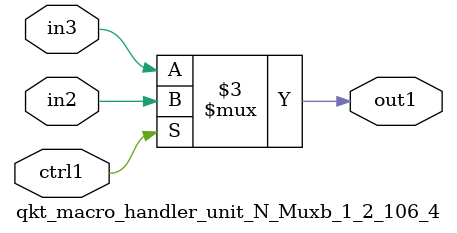
<source format=v>

`timescale 1ps / 1ps


module qkt_macro_handler_unit_N_Muxb_1_2_106_4( in3, in2, ctrl1, out1 );

    input in3;
    input in2;
    input ctrl1;
    output out1;
    reg out1;

    
    // rtl_process:qkt_macro_handler_unit_N_Muxb_1_2_106_4/qkt_macro_handler_unit_N_Muxb_1_2_106_4_thread_1
    always @*
      begin : qkt_macro_handler_unit_N_Muxb_1_2_106_4_thread_1
        case (ctrl1) 
          1'b1: 
            begin
              out1 = in2;
            end
          default: 
            begin
              out1 = in3;
            end
        endcase
      end

endmodule





</source>
